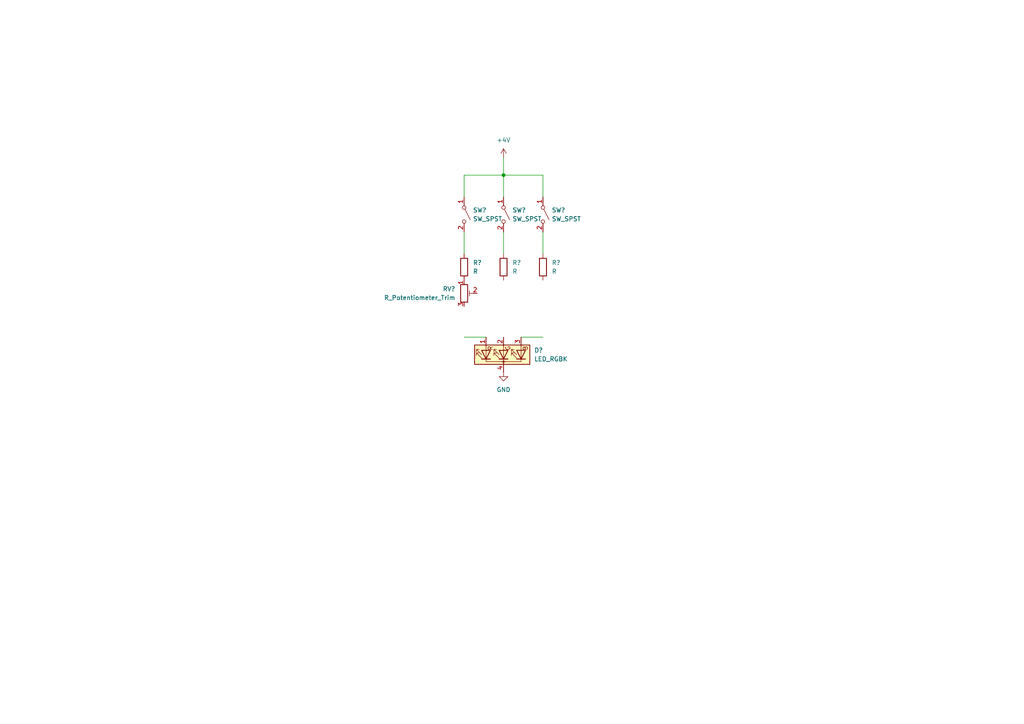
<source format=kicad_sch>
(kicad_sch (version 20211123) (generator eeschema)
  (paper "A4")
  (lib_symbols
    (symbol "Device:LED_RGBK" (pin_names (offset 0) hide)
      (property "Reference" "D" (at 0 9.398 0))
      (property "Value" "LED_RGBK" (at 0 -8.89 0))
      (symbol "LED_RGBK_0_0"
        (text "B" (at 1.905 -6.35 0) (effects (font (size 1.27 1.27))))
        (text "G" (at 1.905 -1.27 0) (effects (font (size 1.27 1.27))))
        (text "R" (at 1.905 3.81 0) (effects (font (size 1.27 1.27))))
      )
      (symbol "LED_RGBK_0_1"
        (circle (center -2.032 0) (radius 0.254) (fill (type outline)))
        (polyline (pts (xy -1.27 -5.08) (xy 1.27 -5.08)))
        (polyline (pts (xy -1.27 -3.81) (xy -1.27 -6.35)) (stroke (width 0.254)))
        (polyline (pts (xy -1.27 0) (xy -2.54 0)))
        (polyline (pts (xy -1.27 1.27) (xy -1.27 -1.27)) (stroke (width 0.254)))
        (polyline (pts (xy -1.27 5.08) (xy 1.27 5.08)))
        (polyline (pts (xy -1.27 6.35) (xy -1.27 3.81)) (stroke (width 0.254)))
        (polyline (pts (xy 1.27 -5.08) (xy 2.54 -5.08)))
        (polyline (pts (xy 1.27 0) (xy -1.27 0)))
        (polyline (pts (xy 1.27 0) (xy 2.54 0)))
        (polyline (pts (xy 1.27 5.08) (xy 2.54 5.08)))
        (polyline (pts (xy -1.27 1.27) (xy -1.27 -1.27) (xy -1.27 -1.27)))
        (polyline (pts (xy -1.27 6.35) (xy -1.27 3.81) (xy -1.27 3.81)))
        (polyline (pts (xy -1.27 5.08) (xy -2.032 5.08) (xy -2.032 -5.08) (xy -1.016 -5.08)))
        (polyline (pts (xy 1.27 -3.81) (xy 1.27 -6.35) (xy -1.27 -5.08) (xy 1.27 -3.81)) (stroke (width 0.254)))
        (polyline (pts (xy 1.27 1.27) (xy 1.27 -1.27) (xy -1.27 0) (xy 1.27 1.27)) (stroke (width 0.254)))
        (polyline (pts (xy 1.27 6.35) (xy 1.27 3.81) (xy -1.27 5.08) (xy 1.27 6.35)) (stroke (width 0.254)))
        (polyline (pts (xy -1.016 -3.81) (xy 0.508 -2.286) (xy -0.254 -2.286) (xy 0.508 -2.286) (xy 0.508 -3.048)))
        (polyline (pts (xy -1.016 1.27) (xy 0.508 2.794) (xy -0.254 2.794) (xy 0.508 2.794) (xy 0.508 2.032)))
        (polyline (pts (xy -1.016 6.35) (xy 0.508 7.874) (xy -0.254 7.874) (xy 0.508 7.874) (xy 0.508 7.112)))
        (polyline (pts (xy 0 -3.81) (xy 1.524 -2.286) (xy 0.762 -2.286) (xy 1.524 -2.286) (xy 1.524 -3.048)))
        (polyline (pts (xy 0 1.27) (xy 1.524 2.794) (xy 0.762 2.794) (xy 1.524 2.794) (xy 1.524 2.032)))
        (polyline (pts (xy 0 6.35) (xy 1.524 7.874) (xy 0.762 7.874) (xy 1.524 7.874) (xy 1.524 7.112)))
        (rectangle (start 1.27 -1.27) (end 1.27 1.27))
        (rectangle (start 1.27 1.27) (end 1.27 1.27))
        (rectangle (start 1.27 3.81) (end 1.27 6.35))
        (rectangle (start 1.27 6.35) (end 1.27 6.35))
        (rectangle (start 2.794 8.382) (end -2.794 -7.62) (stroke (width 0.254)) (fill (type background)))
      )
      (symbol "LED_RGBK_1_1"
        (pin passive line (at 5.08 5.08 180) (length 2.54) (name "RA") (number "1"))
        (pin passive line (at 5.08 0 180) (length 2.54) (name "GA") (number "2"))
        (pin passive line (at 5.08 -5.08 180) (length 2.54) (name "BA") (number "3"))
        (pin passive line (at -5.08 0 0) (length 2.54) (name "K") (number "4"))
      )
    )
    (symbol "Device:R" (pin_numbers hide) (pin_names (offset 0))
      (property "Reference" "R" (at 2.032 0 90))
      (property "Value" "R" (at 0 0 90))
      (symbol "R_0_1"
        (rectangle (start -1.016 -2.54) (end 1.016 2.54) (stroke (width 0.254)))
      )
      (symbol "R_1_1"
        (pin passive line (at 0 3.81 270) (length 1.27) (name "~") (number "1"))
        (pin passive line (at 0 -3.81 90) (length 1.27) (name "~") (number "2"))
      )
    )
    (symbol "Device:R_Potentiometer_Trim" (pin_names (offset 1.016) hide)
      (property "Reference" "RV" (at -4.445 0 90))
      (property "Value" "R_Potentiometer_Trim" (at -2.54 0 90))
      (symbol "R_Potentiometer_Trim_0_1"
        (polyline (pts (xy 1.524 0.762) (xy 1.524 -0.762)))
        (polyline (pts (xy 2.54 0) (xy 1.524 0)))
        (rectangle (start 1.016 2.54) (end -1.016 -2.54) (stroke (width 0.254)))
      )
      (symbol "R_Potentiometer_Trim_1_1"
        (pin passive line (at 0 3.81 270) (length 1.27) (name "1") (number "1"))
        (pin passive line (at 3.81 0 180) (length 1.27) (name "2") (number "2"))
        (pin passive line (at 0 -3.81 90) (length 1.27) (name "3") (number "3"))
      )
    )
    (symbol "Switch:SW_SPST" (pin_names (offset 0) hide)
      (property "Reference" "SW" (at 0 3.175 0))
      (property "Value" "SW_SPST" (at 0 -2.54 0))
      (symbol "SW_SPST_0_0"
        (circle (center -2.032 0) (radius 0.508))
        (polyline (pts (xy -1.524 0.254) (xy 1.524 1.778)))
        (circle (center 2.032 0) (radius 0.508))
      )
      (symbol "SW_SPST_1_1"
        (pin passive line (at -5.08 0 0) (length 2.54) (name "A") (number "1"))
        (pin passive line (at 5.08 0 180) (length 2.54) (name "B") (number "2"))
      )
    )
    (symbol "power:+4V" (power) (pin_names (offset 0))
      (property "Value" "+4V" (at 0 3.556 0))
      (symbol "+4V_0_1"
        (polyline (pts (xy -0.762 1.27) (xy 0 2.54)))
        (polyline (pts (xy 0 0) (xy 0 2.54)))
        (polyline (pts (xy 0 2.54) (xy 0.762 1.27)))
      )
      (symbol "+4V_1_1"
        (pin power_in line (at 0 0 90) (length 0) hide (name "+4V") (number "1"))
      )
    )
    (symbol "power:GND" (power) (pin_names (offset 0))
      (property "Value" "GND" (at 0 -3.81 0))
      (symbol "GND_0_1"
        (polyline (pts (xy 0 0) (xy 0 -1.27) (xy 1.27 -1.27) (xy 0 -2.54) (xy -1.27 -1.27) (xy 0 -1.27)))
      )
      (symbol "GND_1_1"
        (pin power_in line (at 0 0 270) (length 0) hide (name "GND") (number "1"))
      )
    )
  )
  (junction (at 146.05 50.8))
  (wire (pts (xy 134.62 67.31) (xy 134.62 73.66)))
  (wire (pts (xy 134.62 50.8) (xy 134.62 57.15)))
  (wire (pts (xy 146.05 45.72) (xy 146.05 50.8)))
  (wire (pts (xy 146.05 50.8) (xy 134.62 50.8)))
  (wire (pts (xy 157.48 57.15) (xy 157.48 50.8)))
  (wire (pts (xy 157.48 50.8) (xy 146.05 50.8)))
  (wire (pts (xy 157.48 67.31) (xy 157.48 73.66)))
  (wire (pts (xy 146.05 67.31) (xy 146.05 73.66)))
  (wire (pts (xy 134.62 97.79) (xy 140.97 97.79)))
  (wire (pts (xy 157.48 97.79) (xy 151.13 97.79)))
  (wire (pts (xy 146.05 50.8) (xy 146.05 57.15)))
  (symbol (lib_id "Switch:SW_SPST") (at 157.48 62.23 270) (unit 1)
    (property "Reference" "SW?" (at 160.02 60.9599 90) (effects (justify left)))
    (property "Value" "SW_SPST" (at 160.02 63.4999 90) (effects (justify left)))
  )
  (symbol (lib_id "Device:R") (at 157.48 77.47 0) (unit 1)
    (property "Reference" "R?" (at 160.02 76.1999 0) (effects (justify left)))
    (property "Value" "R" (at 160.02 78.7399 0) (effects (justify left)))
  )
  (symbol (lib_id "power:GND") (at 146.05 107.95 0) (unit 1)
    (property "Reference" "#PWR?" (effects hide))
    (property "Value" "GND" (at 146.05 113.03 0))
  )
  (symbol (lib_id "Device:R") (at 134.62 77.47 0) (unit 1)
    (property "Reference" "R?" (at 137.16 76.1999 0) (effects (justify left)))
    (property "Value" "R" (at 137.16 78.7399 0) (effects (justify left)))
  )
  (symbol (lib_id "Switch:SW_SPST") (at 134.62 62.23 270) (unit 1)
    (property "Reference" "SW?" (at 137.16 60.9599 90) (effects (justify left)))
    (property "Value" "SW_SPST" (at 137.16 63.4999 90) (effects (justify left)))
  )
  (symbol (lib_id "Device:R") (at 146.05 77.47 0) (unit 1)
    (property "Reference" "R?" (at 148.59 76.1999 0) (effects (justify left)))
    (property "Value" "R" (at 148.59 78.7399 0) (effects (justify left)))
  )
  (symbol (lib_id "Device:LED_RGBK") (at 146.05 102.87 90) (unit 1)
    (property "Reference" "D?" (at 154.94 101.5999 90) (effects (justify right)))
    (property "Value" "LED_RGBK" (at 154.94 104.1399 90) (effects (justify right)))
  )
  (symbol (lib_id "Switch:SW_SPST") (at 146.05 62.23 270) (unit 1)
    (property "Reference" "SW?" (at 148.59 60.9599 90) (effects (justify left)))
    (property "Value" "SW_SPST" (at 148.59 63.4999 90) (effects (justify left)))
  )
  (symbol (lib_id "Device:R_Potentiometer_Trim") (at 134.62 85.09 0) (unit 1)
    (property "Reference" "RV?" (at 132.08 83.8199 0) (effects (justify right)))
    (property "Value" "R_Potentiometer_Trim" (at 132.08 86.3599 0) (effects (justify right)))
  )
  (symbol (lib_id "power:+4V") (at 146.05 45.72 0) (unit 1)
    (property "Reference" "#PWR?" (effects hide))
    (property "Value" "+4V" (at 146.05 40.64 0))
  )
)
</source>
